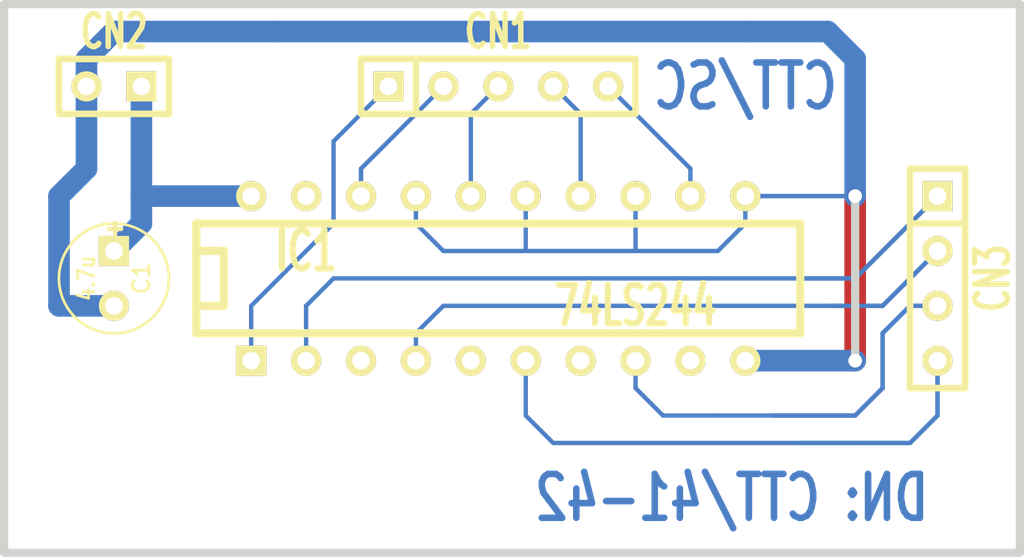
<source format=kicad_pcb>
(kicad_pcb (version 4) (host pcbnew 4.0.5+dfsg1-4+deb9u1)

  (general
    (links 6)
    (no_connects 0)
    (area 126.809499 88.074499 174.3202 113.855501)
    (thickness 1.6002)
    (drawings 8)
    (tracks 67)
    (zones 0)
    (modules 5)
    (nets 3)
  )

  (page A4)
  (title_block
    (title "CTT Transistor tester - CTT/SC Status collector unit")
    (date "5 jun 2011")
    (rev 1.0)
    (company "Pozsar Zsolt")
    (comment 1 "Draw number: CTT/41-42")
  )

  (layers
    (0 Front signal)
    (31 Back signal)
    (32 B.Adhes user)
    (33 F.Adhes user)
    (34 B.Paste user)
    (35 F.Paste user)
    (36 B.SilkS user)
    (37 F.SilkS user)
    (38 B.Mask user)
    (39 F.Mask user)
    (40 Dwgs.User user)
    (41 Cmts.User user)
    (42 Eco1.User user)
    (43 Eco2.User user)
    (44 Edge.Cuts user)
  )

  (setup
    (last_trace_width 0.21082)
    (trace_clearance 0.254)
    (zone_clearance 0.508)
    (zone_45_only no)
    (trace_min 0.2032)
    (segment_width 0.381)
    (edge_width 0.381)
    (via_size 0.889)
    (via_drill 0.635)
    (via_min_size 0.889)
    (via_min_drill 0.508)
    (uvia_size 0.508)
    (uvia_drill 0.127)
    (uvias_allowed no)
    (uvia_min_size 0.508)
    (uvia_min_drill 0.127)
    (pcb_text_width 0.3048)
    (pcb_text_size 1.524 2.032)
    (mod_edge_width 0.381)
    (mod_text_size 1.524 1.524)
    (mod_text_width 0.3048)
    (pad_size 1.524 1.524)
    (pad_drill 0.8128)
    (pad_to_mask_clearance 0.254)
    (aux_axis_origin 0 0)
    (visible_elements 7FFFFFFF)
    (pcbplotparams
      (layerselection 0x00000_80000000)
      (usegerberextensions false)
      (excludeedgelayer false)
      (linewidth 0.100000)
      (plotframeref true)
      (viasonmask false)
      (mode 1)
      (useauxorigin false)
      (hpglpennumber 1)
      (hpglpenspeed 20)
      (hpglpendiameter 15)
      (hpglpenoverlay 2)
      (psnegative false)
      (psa4output false)
      (plotreference true)
      (plotvalue false)
      (plotinvisibletext false)
      (padsonsilk true)
      (subtractmaskfromsilk false)
      (outputformat 4)
      (mirror true)
      (drillshape 1)
      (scaleselection 1)
      (outputdirectory ""))
  )

  (net 0 "")
  (net 1 /GND)
  (net 2 VCC)

  (net_class Default "This is the default net class."
    (clearance 0.254)
    (trace_width 0.21082)
    (via_dia 0.889)
    (via_drill 0.635)
    (uvia_dia 0.508)
    (uvia_drill 0.127)
    (add_net /GND)
    (add_net VCC)
  )

  (module C1V5 (layer Front) (tedit 3E070CF4) (tstamp 4DEB3C47)
    (at 132.08 100.965 270)
    (descr "Condensateur e = 1 pas")
    (tags C)
    (path /4DEB19EC)
    (fp_text reference C1 (at 0 -1.26746 270) (layer F.SilkS)
      (effects (font (size 0.762 0.762) (thickness 0.127)))
    )
    (fp_text value 4.7u (at 0 1.27 270) (layer F.SilkS)
      (effects (font (size 0.762 0.635) (thickness 0.127)))
    )
    (fp_text user + (at -2.286 0 270) (layer F.SilkS)
      (effects (font (size 0.762 0.762) (thickness 0.1905)))
    )
    (fp_circle (center 0 0) (end 0.127 -2.54) (layer F.SilkS) (width 0.127))
    (pad 1 thru_hole rect (at -1.27 0 270) (size 1.397 1.397) (drill 0.8128) (layers *.Cu *.Mask F.SilkS)
      (net 2 VCC))
    (pad 2 thru_hole circle (at 1.27 0 270) (size 1.397 1.397) (drill 0.8128) (layers *.Cu *.Mask F.SilkS)
      (net 1 /GND))
    (model discret/c_vert_c1v5.wrl
      (at (xyz 0 0 0))
      (scale (xyz 1 1 1))
      (rotate (xyz 0 0 0))
    )
  )

  (module DIP-20__300 (layer Front) (tedit 200000) (tstamp 4DEB3C48)
    (at 149.86 100.965)
    (descr "20 pins DIL package, round pads")
    (tags DIL)
    (path /4DEB2A44)
    (fp_text reference IC1 (at -8.89 -1.27) (layer F.SilkS)
      (effects (font (size 1.778 1.143) (thickness 0.28702)))
    )
    (fp_text value 74LS244 (at 6.35 1.27) (layer F.SilkS)
      (effects (font (size 1.778 1.143) (thickness 0.28702)))
    )
    (fp_line (start -13.97 -1.27) (end -12.7 -1.27) (layer F.SilkS) (width 0.381))
    (fp_line (start -12.7 -1.27) (end -12.7 1.27) (layer F.SilkS) (width 0.381))
    (fp_line (start -12.7 1.27) (end -13.97 1.27) (layer F.SilkS) (width 0.381))
    (fp_line (start -13.97 -2.54) (end 13.97 -2.54) (layer F.SilkS) (width 0.381))
    (fp_line (start 13.97 -2.54) (end 13.97 2.54) (layer F.SilkS) (width 0.381))
    (fp_line (start 13.97 2.54) (end -13.97 2.54) (layer F.SilkS) (width 0.381))
    (fp_line (start -13.97 2.54) (end -13.97 -2.54) (layer F.SilkS) (width 0.381))
    (pad 1 thru_hole rect (at -11.43 3.81) (size 1.397 1.397) (drill 0.8128) (layers *.Cu *.Mask F.SilkS))
    (pad 2 thru_hole circle (at -8.89 3.81) (size 1.397 1.397) (drill 0.8128) (layers *.Cu *.Mask F.SilkS))
    (pad 3 thru_hole circle (at -6.35 3.81) (size 1.397 1.397) (drill 0.8128) (layers *.Cu *.Mask F.SilkS))
    (pad 4 thru_hole circle (at -3.81 3.81) (size 1.397 1.397) (drill 0.8128) (layers *.Cu *.Mask F.SilkS))
    (pad 5 thru_hole circle (at -1.27 3.81) (size 1.397 1.397) (drill 0.8128) (layers *.Cu *.Mask F.SilkS))
    (pad 6 thru_hole circle (at 1.27 3.81) (size 1.397 1.397) (drill 0.8128) (layers *.Cu *.Mask F.SilkS))
    (pad 7 thru_hole circle (at 3.81 3.81) (size 1.397 1.397) (drill 0.8128) (layers *.Cu *.Mask F.SilkS))
    (pad 8 thru_hole circle (at 6.35 3.81) (size 1.397 1.397) (drill 0.8128) (layers *.Cu *.Mask F.SilkS))
    (pad 9 thru_hole circle (at 8.89 3.81) (size 1.397 1.397) (drill 0.8128) (layers *.Cu *.Mask F.SilkS))
    (pad 10 thru_hole circle (at 11.43 3.81) (size 1.397 1.397) (drill 0.8128) (layers *.Cu *.Mask F.SilkS)
      (net 1 /GND))
    (pad 11 thru_hole circle (at 11.43 -3.81) (size 1.397 1.397) (drill 0.8128) (layers *.Cu *.Mask F.SilkS)
      (net 1 /GND))
    (pad 12 thru_hole circle (at 8.89 -3.81) (size 1.397 1.397) (drill 0.8128) (layers *.Cu *.Mask F.SilkS))
    (pad 13 thru_hole circle (at 6.35 -3.81) (size 1.397 1.397) (drill 0.8128) (layers *.Cu *.Mask F.SilkS)
      (net 1 /GND))
    (pad 14 thru_hole circle (at 3.81 -3.81) (size 1.397 1.397) (drill 0.8128) (layers *.Cu *.Mask F.SilkS))
    (pad 15 thru_hole circle (at 1.27 -3.81) (size 1.397 1.397) (drill 0.8128) (layers *.Cu *.Mask F.SilkS)
      (net 1 /GND))
    (pad 16 thru_hole circle (at -1.27 -3.81) (size 1.397 1.397) (drill 0.8128) (layers *.Cu *.Mask F.SilkS))
    (pad 17 thru_hole circle (at -3.81 -3.81) (size 1.397 1.397) (drill 0.8128) (layers *.Cu *.Mask F.SilkS)
      (net 1 /GND))
    (pad 18 thru_hole circle (at -6.35 -3.81) (size 1.397 1.397) (drill 0.8128) (layers *.Cu *.Mask F.SilkS))
    (pad 19 thru_hole circle (at -8.89 -3.81) (size 1.397 1.397) (drill 0.8128) (layers *.Cu *.Mask F.SilkS))
    (pad 20 thru_hole circle (at -11.43 -3.81) (size 1.397 1.397) (drill 0.8128) (layers *.Cu *.Mask F.SilkS)
      (net 2 VCC))
    (model dil/dil_20.wrl
      (at (xyz 0 0 0))
      (scale (xyz 1 1 1))
      (rotate (xyz 0 0 0))
    )
  )

  (module SIL-5 (layer Front) (tedit 4DEB441C) (tstamp 4DEB4437)
    (at 151.13 92.075)
    (descr "Connecteur 5 pins")
    (tags "CONN DEV")
    (fp_text reference SIL-5 (at -0.635 2.54) (layer F.SilkS) hide
      (effects (font (size 1.72974 1.08712) (thickness 0.27178)))
    )
    (fp_text value CN1 (at -1.27 -2.54) (layer F.SilkS)
      (effects (font (size 1.524 1.016) (thickness 0.254)))
    )
    (fp_line (start -7.62 1.27) (end -7.62 -1.27) (layer F.SilkS) (width 0.3048))
    (fp_line (start -7.62 -1.27) (end 5.08 -1.27) (layer F.SilkS) (width 0.3048))
    (fp_line (start 5.08 -1.27) (end 5.08 1.27) (layer F.SilkS) (width 0.3048))
    (fp_line (start 5.08 1.27) (end -7.62 1.27) (layer F.SilkS) (width 0.3048))
    (fp_line (start -5.08 1.27) (end -5.08 -1.27) (layer F.SilkS) (width 0.3048))
    (pad 1 thru_hole rect (at -6.35 0) (size 1.397 1.397) (drill 0.8128) (layers *.Cu *.Mask F.SilkS))
    (pad 2 thru_hole circle (at -3.81 0) (size 1.397 1.397) (drill 0.8128) (layers *.Cu *.Mask F.SilkS))
    (pad 3 thru_hole circle (at -1.27 0) (size 1.397 1.397) (drill 0.8128) (layers *.Cu *.Mask F.SilkS))
    (pad 4 thru_hole circle (at 1.27 0) (size 1.397 1.397) (drill 0.8128) (layers *.Cu *.Mask F.SilkS))
    (pad 5 thru_hole circle (at 3.81 0) (size 1.397 1.397) (drill 0.8128) (layers *.Cu *.Mask F.SilkS))
  )

  (module SIL-4 (layer Front) (tedit 4DEB444D) (tstamp 4DEB3C6E)
    (at 170.18 100.965 270)
    (descr "Connecteur 4 pibs")
    (tags "CONN DEV")
    (fp_text reference SIL-4 (at 0 2.54 270) (layer F.SilkS) hide
      (effects (font (size 1.73482 1.08712) (thickness 0.27178)))
    )
    (fp_text value CN3 (at 0 -2.54 270) (layer F.SilkS)
      (effects (font (size 1.524 1.016) (thickness 0.254)))
    )
    (fp_line (start -5.08 -1.27) (end -5.08 -1.27) (layer F.SilkS) (width 0.3048))
    (fp_line (start -5.08 1.27) (end -5.08 -1.27) (layer F.SilkS) (width 0.3048))
    (fp_line (start -5.08 -1.27) (end -5.08 -1.27) (layer F.SilkS) (width 0.3048))
    (fp_line (start -5.08 -1.27) (end 5.08 -1.27) (layer F.SilkS) (width 0.3048))
    (fp_line (start 5.08 -1.27) (end 5.08 1.27) (layer F.SilkS) (width 0.3048))
    (fp_line (start 5.08 1.27) (end -5.08 1.27) (layer F.SilkS) (width 0.3048))
    (fp_line (start -2.54 1.27) (end -2.54 -1.27) (layer F.SilkS) (width 0.3048))
    (pad 1 thru_hole rect (at -3.81 0 270) (size 1.397 1.397) (drill 0.8128) (layers *.Cu *.Mask F.SilkS))
    (pad 2 thru_hole circle (at -1.27 0 270) (size 1.397 1.397) (drill 0.8128) (layers *.Cu *.Mask F.SilkS))
    (pad 3 thru_hole circle (at 1.27 0 270) (size 1.397 1.397) (drill 0.8128) (layers *.Cu *.Mask F.SilkS))
    (pad 4 thru_hole circle (at 3.81 0 270) (size 1.397 1.397) (drill 0.8128) (layers *.Cu *.Mask F.SilkS))
  )

  (module SIL-2 (layer Front) (tedit 4DEB43FD) (tstamp 4DEB3C72)
    (at 132.08 92.075 180)
    (descr "Connecteurs 2 pins")
    (tags "CONN DEV")
    (fp_text reference SIL-2 (at 0 -2.54 180) (layer F.SilkS) hide
      (effects (font (size 1.72974 1.08712) (thickness 0.27178)))
    )
    (fp_text value CN2 (at 0 2.54 180) (layer F.SilkS)
      (effects (font (size 1.524 1.016) (thickness 0.254)))
    )
    (fp_line (start -2.54 1.27) (end -2.54 -1.27) (layer F.SilkS) (width 0.3048))
    (fp_line (start -2.54 -1.27) (end 2.54 -1.27) (layer F.SilkS) (width 0.3048))
    (fp_line (start 2.54 -1.27) (end 2.54 1.27) (layer F.SilkS) (width 0.3048))
    (fp_line (start 2.54 1.27) (end -2.54 1.27) (layer F.SilkS) (width 0.3048))
    (pad 1 thru_hole rect (at -1.27 0 180) (size 1.397 1.397) (drill 0.8128) (layers *.Cu *.Mask F.SilkS))
    (pad 2 thru_hole circle (at 1.27 0 180) (size 1.397 1.397) (drill 0.8128) (layers *.Cu *.Mask F.SilkS))
  )

  (gr_line (start 166.37 104.775) (end 166.37 97.155) (angle 90) (layer Edge.Cuts) (width 0.381))
  (gr_text "DN: CTT/41-42" (at 160.655 111.125) (layer Back)
    (effects (font (size 2.032 1.524) (thickness 0.3048)) (justify mirror))
  )
  (gr_text CTT/SC (at 161.29 92.075) (layer Back)
    (effects (font (size 2.032 1.524) (thickness 0.3048)) (justify mirror))
  )
  (gr_line (start 173.99 113.665) (end 127 113.665) (angle 90) (layer Edge.Cuts) (width 0.381))
  (gr_line (start 127 88.265) (end 173.99 88.265) (angle 90) (layer Edge.Cuts) (width 0.381))
  (gr_line (start 173.99 113.665) (end 173.99 88.265) (angle 90) (layer Edge.Cuts) (width 0.381))
  (gr_line (start 127 108.585) (end 127 113.665) (angle 90) (layer Edge.Cuts) (width 0.381))
  (gr_line (start 127 88.265) (end 127 108.585) (angle 90) (layer Edge.Cuts) (width 0.381))

  (segment (start 140.97 102.235) (end 142.24 100.965) (width 0.2032) (layer Back) (net 0))
  (segment (start 142.24 100.965) (end 163.83 100.965) (width 0.2032) (layer Back) (net 0))
  (segment (start 140.97 104.775) (end 140.97 102.235) (width 0.2032) (layer Back) (net 0) (status 800))
  (segment (start 138.43 102.235) (end 142.24 98.425) (width 0.2032) (layer Back) (net 0))
  (segment (start 142.24 98.425) (end 142.24 94.615) (width 0.2032) (layer Back) (net 0))
  (segment (start 142.24 94.615) (end 144.78 92.075) (width 0.2032) (layer Back) (net 0) (status 400))
  (segment (start 138.43 104.775) (end 138.43 102.235) (width 0.2032) (layer Back) (net 0) (status 800))
  (segment (start 143.51 95.885) (end 147.32 92.075) (width 0.2032) (layer Back) (net 0) (status 400))
  (segment (start 143.51 97.155) (end 143.51 95.885) (width 0.2032) (layer Back) (net 0) (status 800))
  (segment (start 148.59 93.345) (end 149.86 92.075) (width 0.2032) (layer Back) (net 0) (status 400))
  (segment (start 148.59 97.155) (end 148.59 93.345) (width 0.2032) (layer Back) (net 0) (status 800))
  (segment (start 153.67 93.345) (end 152.4 92.075) (width 0.2032) (layer Back) (net 0) (status 400))
  (segment (start 153.67 97.155) (end 153.67 93.345) (width 0.2032) (layer Back) (net 0) (status 800))
  (segment (start 158.75 95.885) (end 154.94 92.075) (width 0.2032) (layer Back) (net 0) (status 400))
  (segment (start 158.75 97.155) (end 158.75 95.885) (width 0.2032) (layer Back) (net 0) (status 800))
  (segment (start 151.13 104.775) (end 151.13 107.315) (width 0.2032) (layer Back) (net 0) (status 800))
  (segment (start 152.4 108.585) (end 163.83 108.585) (width 0.2032) (layer Back) (net 0))
  (segment (start 151.13 107.315) (end 152.4 108.585) (width 0.2032) (layer Back) (net 0))
  (segment (start 160.02 107.315) (end 157.48 107.315) (width 0.2032) (layer Back) (net 0))
  (segment (start 156.21 106.045) (end 156.21 104.775) (width 0.2032) (layer Back) (net 0) (status 400))
  (segment (start 157.48 107.315) (end 156.21 106.045) (width 0.2032) (layer Back) (net 0))
  (segment (start 160.02 107.315) (end 162.56 107.315) (width 0.2032) (layer Back) (net 0))
  (segment (start 147.32 102.235) (end 165.1 102.235) (width 0.2032) (layer Back) (net 0))
  (segment (start 146.05 104.775) (end 146.05 103.505) (width 0.2032) (layer Back) (net 0) (status 800))
  (segment (start 146.05 103.505) (end 147.32 102.235) (width 0.2032) (layer Back) (net 0))
  (segment (start 166.37 108.585) (end 168.91 108.585) (width 0.21082) (layer Back) (net 0))
  (segment (start 168.91 108.585) (end 170.18 107.315) (width 0.21082) (layer Back) (net 0))
  (segment (start 170.18 107.315) (end 170.18 104.775) (width 0.21082) (layer Back) (net 0) (status 400))
  (segment (start 163.83 108.585) (end 166.37 108.585) (width 0.21082) (layer Back) (net 0))
  (segment (start 166.37 107.315) (end 167.64 106.045) (width 0.21082) (layer Back) (net 0))
  (segment (start 167.64 106.045) (end 167.64 103.505) (width 0.21082) (layer Back) (net 0))
  (segment (start 167.64 103.505) (end 168.91 102.235) (width 0.21082) (layer Back) (net 0))
  (segment (start 168.91 102.235) (end 170.18 102.235) (width 0.21082) (layer Back) (net 0) (status 400))
  (segment (start 162.56 107.315) (end 166.37 107.315) (width 0.21082) (layer Back) (net 0))
  (segment (start 167.64 102.235) (end 170.18 99.695) (width 0.21082) (layer Back) (net 0) (status 400))
  (segment (start 165.1 102.235) (end 167.64 102.235) (width 0.21082) (layer Back) (net 0))
  (segment (start 166.37 100.965) (end 170.18 97.155) (width 0.21082) (layer Back) (net 0) (status 400))
  (segment (start 163.83 100.965) (end 166.37 100.965) (width 0.21082) (layer Back) (net 0))
  (segment (start 161.29 98.425) (end 160.02 99.695) (width 0.2032) (layer Back) (net 1))
  (segment (start 147.32 99.695) (end 146.05 98.425) (width 0.2032) (layer Back) (net 1))
  (segment (start 146.05 98.425) (end 146.05 97.155) (width 0.2032) (layer Back) (net 1) (status 400))
  (segment (start 161.29 97.155) (end 161.29 98.425) (width 0.2032) (layer Back) (net 1) (status 800))
  (segment (start 151.13 97.155) (end 151.13 99.695) (width 0.2032) (layer Back) (net 1) (status 800))
  (segment (start 160.02 99.695) (end 156.21 99.695) (width 0.2032) (layer Back) (net 1))
  (segment (start 129.54 102.235) (end 132.08 102.235) (width 1.00076) (layer Back) (net 1) (status 400))
  (segment (start 129.54 97.155) (end 129.54 102.235) (width 1.00076) (layer Back) (net 1))
  (segment (start 130.81 92.075) (end 130.81 95.885) (width 1.00076) (layer Back) (net 1) (status 800))
  (segment (start 130.81 95.885) (end 129.54 97.155) (width 1.00076) (layer Back) (net 1))
  (segment (start 156.21 99.695) (end 151.13 99.695) (width 0.2032) (layer Back) (net 1))
  (segment (start 151.13 99.695) (end 147.32 99.695) (width 0.2032) (layer Back) (net 1))
  (segment (start 156.21 97.155) (end 156.21 99.695) (width 0.2032) (layer Back) (net 1) (status 800))
  (via (at 166.37 104.775) (size 0.889) (layers Front Back) (net 1))
  (segment (start 166.37 97.155) (end 166.37 104.775) (width 1.00076) (layer Front) (net 1))
  (via (at 166.37 97.155) (size 0.889) (layers Front Back) (net 1))
  (segment (start 166.37 104.775) (end 161.29 104.775) (width 1.00076) (layer Back) (net 1) (status 400))
  (segment (start 165.1 89.535) (end 161.29 89.535) (width 1.00076) (layer Back) (net 1))
  (segment (start 166.37 90.805) (end 165.1 89.535) (width 1.00076) (layer Back) (net 1))
  (segment (start 130.81 90.805) (end 130.81 92.075) (width 1.00076) (layer Back) (net 1) (status 400))
  (segment (start 161.29 89.535) (end 139.7 89.535) (width 1.00076) (layer Back) (net 1))
  (segment (start 139.7 89.535) (end 132.08 89.535) (width 1.00076) (layer Back) (net 1))
  (segment (start 132.08 89.535) (end 130.81 90.805) (width 1.00076) (layer Back) (net 1))
  (segment (start 166.37 97.155) (end 166.37 90.805) (width 1.00076) (layer Back) (net 1))
  (segment (start 161.29 97.155) (end 166.37 97.155) (width 0.21082) (layer Back) (net 1) (status 800))
  (segment (start 133.35 98.425) (end 132.08 99.695) (width 1.00076) (layer Back) (net 2) (status 400))
  (segment (start 133.35 92.075) (end 133.35 97.155) (width 1.00076) (layer Back) (net 2) (status 800))
  (segment (start 133.35 97.155) (end 133.35 98.425) (width 1.00076) (layer Back) (net 2))
  (segment (start 138.43 97.155) (end 133.35 97.155) (width 1.00076) (layer Back) (net 2) (status 800))

)

</source>
